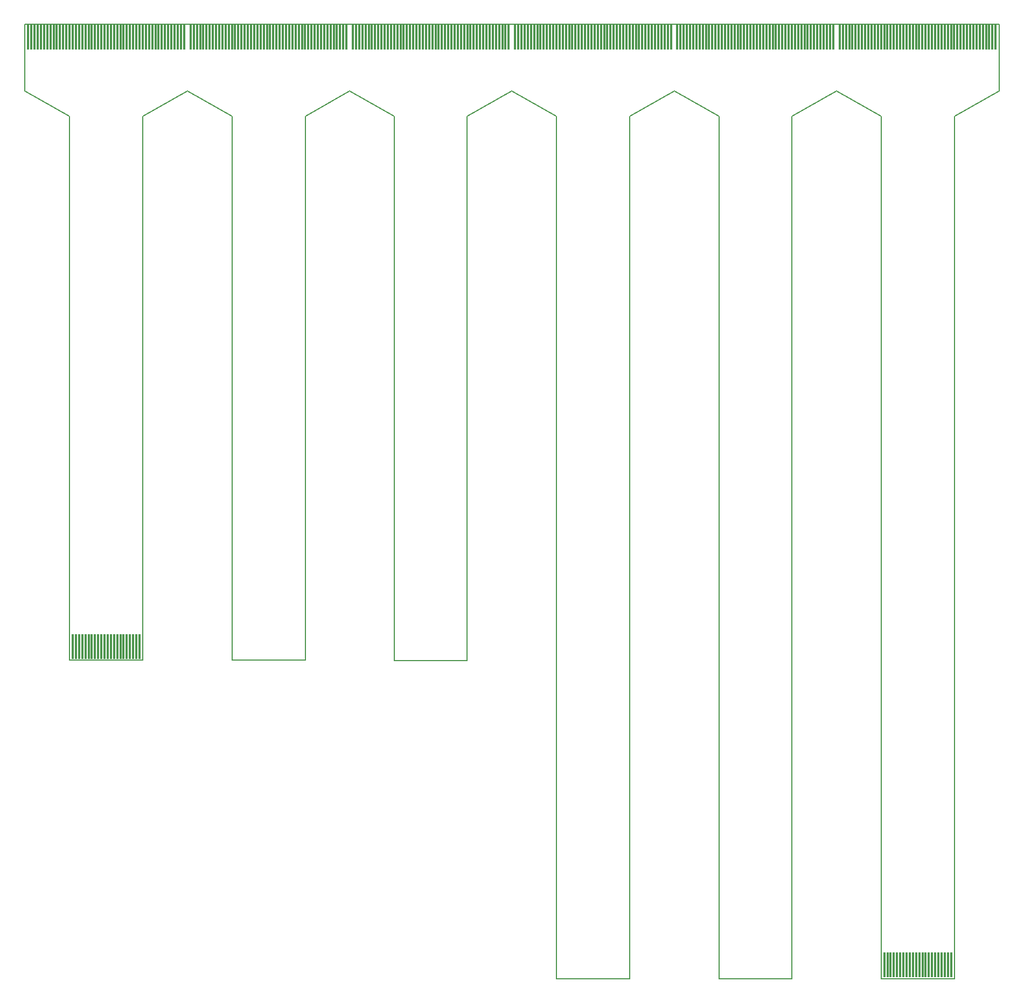
<source format=gbr>
%TF.GenerationSoftware,KiCad,Pcbnew,5.1.5+dfsg1-2~bpo10+1*%
%TF.CreationDate,2020-08-19T00:00:04+02:00*%
%TF.ProjectId,antmicro-alvium-flex-csi-adapter,616e746d-6963-4726-9f2d-616c7669756d,1.0.1*%
%TF.SameCoordinates,Original*%
%TF.FileFunction,Paste,Top*%
%TF.FilePolarity,Positive*%
%FSLAX46Y46*%
G04 Gerber Fmt 4.6, Leading zero omitted, Abs format (unit mm)*
G04 Created by KiCad (PCBNEW 5.1.5+dfsg1-2~bpo10+1) date 2020-08-19 00:00:04 commit e5c3baf*
%MOMM*%
%LPD*%
G04 APERTURE LIST*
%ADD10C,0.150000*%
%ADD11R,0.300000X4.000000*%
G04 APERTURE END LIST*
D10*
X285016000Y-214846000D02*
X296516000Y-214846000D01*
X303536000Y-64736000D02*
X303536000Y-75260000D01*
X278009000Y-75260000D02*
X285016000Y-79260000D01*
X296516000Y-79260000D02*
X303536000Y-75260000D01*
X285016000Y-214846000D02*
X285016000Y-79260000D01*
X296516000Y-214846000D02*
X296516000Y-79260000D01*
X168952000Y-79250000D02*
X175929000Y-75250000D01*
X150402000Y-64736000D02*
X150402000Y-75250000D01*
X157452000Y-164786000D02*
X168952000Y-164786000D01*
X157452000Y-164786000D02*
X157452000Y-79250000D01*
X168952000Y-164786000D02*
X168952000Y-79250000D01*
X150402000Y-75250000D02*
X157452000Y-79250000D01*
X233949000Y-214846000D02*
X233949000Y-79260000D01*
X252469000Y-75260000D02*
X259489000Y-79260000D01*
X270989000Y-214846000D02*
X270989000Y-79260000D01*
X259489000Y-214846000D02*
X270989000Y-214846000D01*
X259489000Y-214846000D02*
X259489000Y-79260000D01*
X270989000Y-79260000D02*
X278009000Y-75260000D01*
X226949000Y-75250000D02*
X233949000Y-79260000D01*
X233949000Y-214846000D02*
X245449000Y-214846000D01*
X245449000Y-214846000D02*
X245449000Y-79260000D01*
X245449000Y-79260000D02*
X252469000Y-75260000D01*
X208429000Y-79250000D02*
X201429000Y-75250000D01*
X219929000Y-79250000D02*
X226949000Y-75250000D01*
X208429000Y-164836000D02*
X208429000Y-79250000D01*
X219929000Y-164836000D02*
X219929000Y-79250000D01*
X208429000Y-164836000D02*
X219929000Y-164836000D01*
X194479000Y-79250000D02*
X201429000Y-75250000D01*
X175929000Y-75250000D02*
X182979000Y-79250000D01*
X194479000Y-164786000D02*
X194479000Y-79250000D01*
X182979000Y-164786000D02*
X182979000Y-79250000D01*
X182979000Y-164786000D02*
X194479000Y-164786000D01*
X150402000Y-64736000D02*
X303536000Y-64736000D01*
D11*
X295990500Y-212673000D03*
X295490500Y-212673000D03*
X294990500Y-212673000D03*
X294490500Y-212673000D03*
X293990500Y-212673000D03*
X293490500Y-212673000D03*
X292990500Y-212673000D03*
X292490500Y-212673000D03*
X291990500Y-212673000D03*
X291490500Y-212673000D03*
X290990500Y-212673000D03*
X290490500Y-212673000D03*
X289990500Y-212673000D03*
X289490500Y-212673000D03*
X288990500Y-212673000D03*
X288490500Y-212673000D03*
X287990500Y-212673000D03*
X287490500Y-212673000D03*
X286990500Y-212673000D03*
X286490500Y-212673000D03*
X285990500Y-212673000D03*
X285490500Y-212673000D03*
X278477000Y-66750000D03*
X278977000Y-66750000D03*
X279477000Y-66750000D03*
X279977000Y-66750000D03*
X280477000Y-66750000D03*
X280977000Y-66750000D03*
X281477000Y-66750000D03*
X281977000Y-66750000D03*
X282477000Y-66750000D03*
X282977000Y-66750000D03*
X283477000Y-66750000D03*
X283977000Y-66750000D03*
X284477000Y-66750000D03*
X284977000Y-66750000D03*
X285477000Y-66750000D03*
X285977000Y-66750000D03*
X286477000Y-66750000D03*
X286977000Y-66750000D03*
X287477000Y-66750000D03*
X287977000Y-66750000D03*
X288477000Y-66750000D03*
X288977000Y-66750000D03*
X289477000Y-66750000D03*
X289977000Y-66750000D03*
X290477000Y-66750000D03*
X290977000Y-66750000D03*
X291477000Y-66750000D03*
X291977000Y-66750000D03*
X292477000Y-66750000D03*
X292977000Y-66750000D03*
X293477000Y-66750000D03*
X293977000Y-66750000D03*
X294477000Y-66750000D03*
X294977000Y-66750000D03*
X295477000Y-66750000D03*
X295977000Y-66750000D03*
X296477000Y-66750000D03*
X296977000Y-66750000D03*
X297477000Y-66750000D03*
X297977000Y-66750000D03*
X298477000Y-66750000D03*
X298977000Y-66750000D03*
X299477000Y-66750000D03*
X299977000Y-66750000D03*
X300477000Y-66750000D03*
X300977000Y-66750000D03*
X301477000Y-66750000D03*
X301977000Y-66750000D03*
X302477000Y-66750000D03*
X302977000Y-66750000D03*
X168423000Y-162648500D03*
X167923000Y-162648500D03*
X167423000Y-162648500D03*
X166923000Y-162648500D03*
X166423000Y-162648500D03*
X165923000Y-162648500D03*
X165423000Y-162648500D03*
X164923000Y-162648500D03*
X164423000Y-162648500D03*
X163923000Y-162648500D03*
X163423000Y-162648500D03*
X162923000Y-162648500D03*
X162423000Y-162648500D03*
X161923000Y-162648500D03*
X161423000Y-162648500D03*
X160923000Y-162648500D03*
X160423000Y-162648500D03*
X159923000Y-162648500D03*
X159423000Y-162648500D03*
X158923000Y-162648500D03*
X158423000Y-162648500D03*
X157923000Y-162648500D03*
X175423000Y-66750000D03*
X174923000Y-66750000D03*
X174423000Y-66750000D03*
X173923000Y-66750000D03*
X173423000Y-66750000D03*
X172923000Y-66750000D03*
X172423000Y-66750000D03*
X171923000Y-66750000D03*
X171423000Y-66750000D03*
X170923000Y-66750000D03*
X170423000Y-66750000D03*
X169923000Y-66750000D03*
X169423000Y-66750000D03*
X168923000Y-66750000D03*
X168423000Y-66750000D03*
X167923000Y-66750000D03*
X167423000Y-66750000D03*
X166923000Y-66750000D03*
X166423000Y-66750000D03*
X165923000Y-66750000D03*
X165423000Y-66750000D03*
X164923000Y-66750000D03*
X164423000Y-66750000D03*
X163923000Y-66750000D03*
X163423000Y-66750000D03*
X162923000Y-66750000D03*
X162423000Y-66750000D03*
X161923000Y-66750000D03*
X161423000Y-66750000D03*
X160923000Y-66750000D03*
X160423000Y-66750000D03*
X159923000Y-66750000D03*
X159423000Y-66750000D03*
X158923000Y-66750000D03*
X158423000Y-66750000D03*
X157923000Y-66750000D03*
X157423000Y-66750000D03*
X156923000Y-66750000D03*
X156423000Y-66750000D03*
X155923000Y-66750000D03*
X155423000Y-66750000D03*
X154923000Y-66750000D03*
X154423000Y-66750000D03*
X153923000Y-66750000D03*
X153423000Y-66750000D03*
X152923000Y-66750000D03*
X152423000Y-66750000D03*
X151923000Y-66750000D03*
X151423000Y-66750000D03*
X150923000Y-66750000D03*
X277450000Y-66750000D03*
X276950000Y-66750000D03*
X276450000Y-66750000D03*
X275950000Y-66750000D03*
X275450000Y-66750000D03*
X274950000Y-66750000D03*
X274450000Y-66750000D03*
X273950000Y-66750000D03*
X273450000Y-66750000D03*
X272950000Y-66750000D03*
X272450000Y-66750000D03*
X271950000Y-66750000D03*
X271450000Y-66750000D03*
X270950000Y-66750000D03*
X270450000Y-66750000D03*
X269950000Y-66750000D03*
X269450000Y-66750000D03*
X268950000Y-66750000D03*
X268450000Y-66750000D03*
X267950000Y-66750000D03*
X267450000Y-66750000D03*
X266950000Y-66750000D03*
X266450000Y-66750000D03*
X265950000Y-66750000D03*
X265450000Y-66750000D03*
X264950000Y-66750000D03*
X264450000Y-66750000D03*
X263950000Y-66750000D03*
X263450000Y-66750000D03*
X262950000Y-66750000D03*
X262450000Y-66750000D03*
X261950000Y-66750000D03*
X261450000Y-66750000D03*
X260950000Y-66750000D03*
X260450000Y-66750000D03*
X259950000Y-66750000D03*
X259450000Y-66750000D03*
X258950000Y-66750000D03*
X258450000Y-66750000D03*
X257950000Y-66750000D03*
X257450000Y-66750000D03*
X256950000Y-66750000D03*
X256450000Y-66750000D03*
X255950000Y-66750000D03*
X255450000Y-66750000D03*
X254950000Y-66750000D03*
X254450000Y-66750000D03*
X253950000Y-66750000D03*
X253450000Y-66750000D03*
X252950000Y-66750000D03*
X227450000Y-66750000D03*
X227950000Y-66750000D03*
X228450000Y-66750000D03*
X228950000Y-66750000D03*
X229450000Y-66750000D03*
X229950000Y-66750000D03*
X230450000Y-66750000D03*
X230950000Y-66750000D03*
X231450000Y-66750000D03*
X231950000Y-66750000D03*
X232450000Y-66750000D03*
X232950000Y-66750000D03*
X233450000Y-66750000D03*
X233950000Y-66750000D03*
X234450000Y-66750000D03*
X234950000Y-66750000D03*
X235450000Y-66750000D03*
X235950000Y-66750000D03*
X236450000Y-66750000D03*
X236950000Y-66750000D03*
X237450000Y-66750000D03*
X237950000Y-66750000D03*
X238450000Y-66750000D03*
X238950000Y-66750000D03*
X239450000Y-66750000D03*
X239950000Y-66750000D03*
X240450000Y-66750000D03*
X240950000Y-66750000D03*
X241450000Y-66750000D03*
X241950000Y-66750000D03*
X242450000Y-66750000D03*
X242950000Y-66750000D03*
X243450000Y-66750000D03*
X243950000Y-66750000D03*
X244450000Y-66750000D03*
X244950000Y-66750000D03*
X245450000Y-66750000D03*
X245950000Y-66750000D03*
X246450000Y-66750000D03*
X246950000Y-66750000D03*
X247450000Y-66750000D03*
X247950000Y-66750000D03*
X248450000Y-66750000D03*
X248950000Y-66750000D03*
X249450000Y-66750000D03*
X249950000Y-66750000D03*
X250450000Y-66750000D03*
X250950000Y-66750000D03*
X251450000Y-66750000D03*
X251950000Y-66750000D03*
X226450000Y-66750000D03*
X225950000Y-66750000D03*
X225450000Y-66750000D03*
X224950000Y-66750000D03*
X224450000Y-66750000D03*
X223950000Y-66750000D03*
X223450000Y-66750000D03*
X222950000Y-66750000D03*
X222450000Y-66750000D03*
X221950000Y-66750000D03*
X221450000Y-66750000D03*
X220950000Y-66750000D03*
X220450000Y-66750000D03*
X219950000Y-66750000D03*
X219450000Y-66750000D03*
X218950000Y-66750000D03*
X218450000Y-66750000D03*
X217950000Y-66750000D03*
X217450000Y-66750000D03*
X216950000Y-66750000D03*
X216450000Y-66750000D03*
X215950000Y-66750000D03*
X215450000Y-66750000D03*
X214950000Y-66750000D03*
X214450000Y-66750000D03*
X213950000Y-66750000D03*
X213450000Y-66750000D03*
X212950000Y-66750000D03*
X212450000Y-66750000D03*
X211950000Y-66750000D03*
X211450000Y-66750000D03*
X210950000Y-66750000D03*
X210450000Y-66750000D03*
X209950000Y-66750000D03*
X209450000Y-66750000D03*
X208950000Y-66750000D03*
X208450000Y-66750000D03*
X207950000Y-66750000D03*
X207450000Y-66750000D03*
X206950000Y-66750000D03*
X206450000Y-66750000D03*
X205950000Y-66750000D03*
X205450000Y-66750000D03*
X204950000Y-66750000D03*
X204450000Y-66750000D03*
X203950000Y-66750000D03*
X203450000Y-66750000D03*
X202950000Y-66750000D03*
X202450000Y-66750000D03*
X201950000Y-66750000D03*
X176450000Y-66750000D03*
X176950000Y-66750000D03*
X177450000Y-66750000D03*
X177950000Y-66750000D03*
X178450000Y-66750000D03*
X178950000Y-66750000D03*
X179450000Y-66750000D03*
X179950000Y-66750000D03*
X180450000Y-66750000D03*
X180950000Y-66750000D03*
X181450000Y-66750000D03*
X181950000Y-66750000D03*
X182450000Y-66750000D03*
X182950000Y-66750000D03*
X183450000Y-66750000D03*
X183950000Y-66750000D03*
X184450000Y-66750000D03*
X184950000Y-66750000D03*
X185450000Y-66750000D03*
X185950000Y-66750000D03*
X186450000Y-66750000D03*
X186950000Y-66750000D03*
X187450000Y-66750000D03*
X187950000Y-66750000D03*
X188450000Y-66750000D03*
X188950000Y-66750000D03*
X189450000Y-66750000D03*
X189950000Y-66750000D03*
X190450000Y-66750000D03*
X190950000Y-66750000D03*
X191450000Y-66750000D03*
X191950000Y-66750000D03*
X192450000Y-66750000D03*
X192950000Y-66750000D03*
X193450000Y-66750000D03*
X193950000Y-66750000D03*
X194450000Y-66750000D03*
X194950000Y-66750000D03*
X195450000Y-66750000D03*
X195950000Y-66750000D03*
X196450000Y-66750000D03*
X196950000Y-66750000D03*
X197450000Y-66750000D03*
X197950000Y-66750000D03*
X198450000Y-66750000D03*
X198950000Y-66750000D03*
X199450000Y-66750000D03*
X199950000Y-66750000D03*
X200450000Y-66750000D03*
X200950000Y-66750000D03*
M02*

</source>
